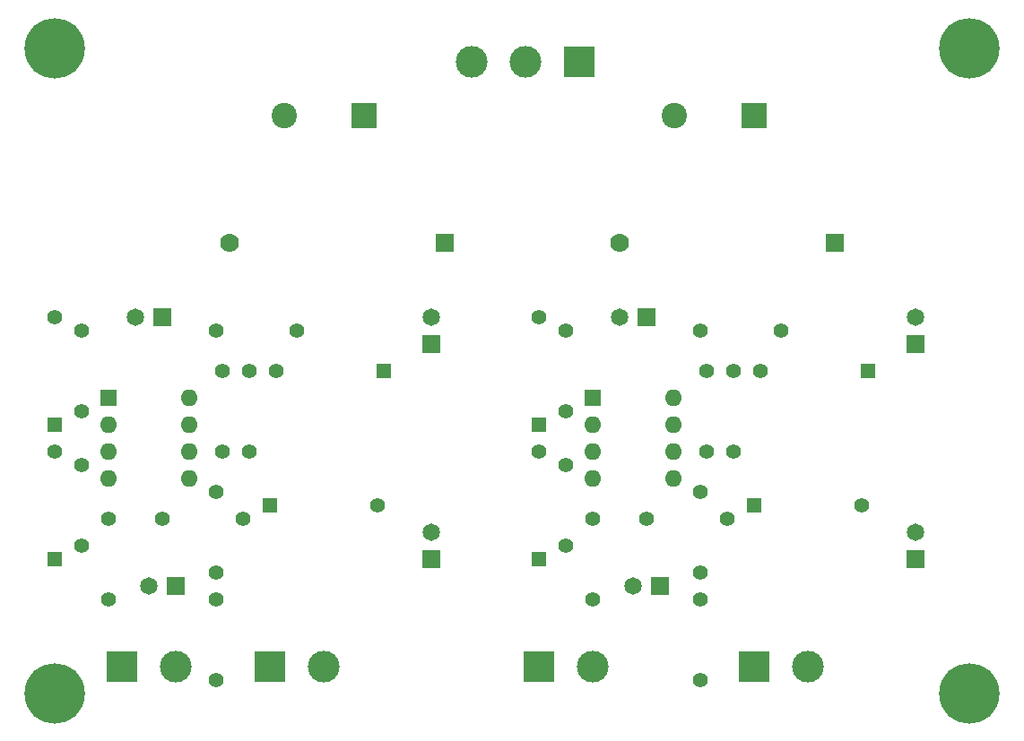
<source format=gts>
G04 #@! TF.FileFunction,Soldermask,Top*
%FSLAX46Y46*%
G04 Gerber Fmt 4.6, Leading zero omitted, Abs format (unit mm)*
G04 Created by KiCad (PCBNEW 4.0.7-e2-6376~60~ubuntu17.10.1) date Tue Mar 20 18:45:29 2018*
%MOMM*%
%LPD*%
G01*
G04 APERTURE LIST*
%ADD10C,0.100000*%
%ADD11R,3.000000X3.000000*%
%ADD12C,3.000000*%
%ADD13R,1.651000X1.651000*%
%ADD14C,1.651000*%
%ADD15R,1.778000X1.778000*%
%ADD16C,1.778000*%
%ADD17R,1.600000X1.600000*%
%ADD18O,1.600000X1.600000*%
%ADD19R,2.400000X2.400000*%
%ADD20C,2.400000*%
%ADD21R,1.397000X1.397000*%
%ADD22C,1.397000*%
%ADD23C,5.700000*%
G04 APERTURE END LIST*
D10*
D11*
X95250000Y-82550000D03*
D12*
X100330000Y-82550000D03*
D13*
X144780000Y-49530000D03*
D14*
X142240000Y-49530000D03*
D15*
X162560000Y-42545000D03*
D16*
X142240000Y-42545000D03*
D13*
X100330000Y-74930000D03*
D14*
X97790000Y-74930000D03*
D15*
X125730000Y-42545000D03*
D16*
X105410000Y-42545000D03*
D13*
X99060000Y-49530000D03*
D14*
X96520000Y-49530000D03*
D13*
X146050000Y-74930000D03*
D14*
X143510000Y-74930000D03*
D11*
X138430000Y-25400000D03*
D12*
X133350000Y-25400000D03*
X128270000Y-25400000D03*
D17*
X93980000Y-57150000D03*
D18*
X101600000Y-64770000D03*
X93980000Y-59690000D03*
X101600000Y-62230000D03*
X93980000Y-62230000D03*
X101600000Y-59690000D03*
X93980000Y-64770000D03*
X101600000Y-57150000D03*
D17*
X139700000Y-57150000D03*
D18*
X147320000Y-64770000D03*
X139700000Y-59690000D03*
X147320000Y-62230000D03*
X139700000Y-62230000D03*
X147320000Y-59690000D03*
X139700000Y-64770000D03*
X147320000Y-57150000D03*
D19*
X154940000Y-30480000D03*
D20*
X147440000Y-30480000D03*
D19*
X118110000Y-30480000D03*
D20*
X110610000Y-30480000D03*
D21*
X88900000Y-72390000D03*
D22*
X88900000Y-62230000D03*
D21*
X88900000Y-59690000D03*
D22*
X88900000Y-49530000D03*
D21*
X134620000Y-59690000D03*
D22*
X134620000Y-49530000D03*
D21*
X134620000Y-72390000D03*
D22*
X134620000Y-62230000D03*
X104140000Y-50800000D03*
X111760000Y-50800000D03*
X149860000Y-50800000D03*
X157480000Y-50800000D03*
X139700000Y-76200000D03*
X139700000Y-68580000D03*
X93980000Y-68580000D03*
X93980000Y-76200000D03*
X106680000Y-68580000D03*
X99060000Y-68580000D03*
X104775000Y-54610000D03*
X104775000Y-62230000D03*
X104140000Y-76200000D03*
X104140000Y-83820000D03*
X150495000Y-54610000D03*
X150495000Y-62230000D03*
X149860000Y-76200000D03*
X149860000Y-83820000D03*
X152400000Y-68580000D03*
X144780000Y-68580000D03*
X91440000Y-63500000D03*
X91440000Y-71120000D03*
X107315000Y-54610000D03*
X107315000Y-62230000D03*
X91440000Y-58420000D03*
X91440000Y-50800000D03*
X104140000Y-73660000D03*
X104140000Y-66040000D03*
X149860000Y-66040000D03*
X149860000Y-73660000D03*
X137160000Y-58420000D03*
X137160000Y-50800000D03*
X153035000Y-62230000D03*
X153035000Y-54610000D03*
X137160000Y-63500000D03*
X137160000Y-71120000D03*
D13*
X124460000Y-52070000D03*
D14*
X124460000Y-49530000D03*
D13*
X170180000Y-72390000D03*
D14*
X170180000Y-69850000D03*
D13*
X170180000Y-52070000D03*
D14*
X170180000Y-49530000D03*
D13*
X124460000Y-72390000D03*
D14*
X124460000Y-69850000D03*
D21*
X120015000Y-54610000D03*
D22*
X109855000Y-54610000D03*
D21*
X109220000Y-67310000D03*
D22*
X119380000Y-67310000D03*
D21*
X165735000Y-54610000D03*
D22*
X155575000Y-54610000D03*
D21*
X154940000Y-67310000D03*
D22*
X165100000Y-67310000D03*
D11*
X109220000Y-82550000D03*
D12*
X114300000Y-82550000D03*
D11*
X154940000Y-82550000D03*
D12*
X160020000Y-82550000D03*
D11*
X134620000Y-82550000D03*
D12*
X139700000Y-82550000D03*
D23*
X175260000Y-24130000D03*
X88900000Y-24130000D03*
X88900000Y-85090000D03*
X175260000Y-85090000D03*
M02*

</source>
